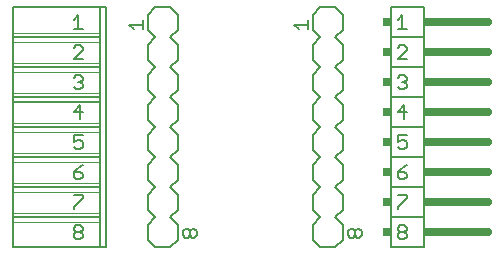
<source format=gbr>
G04 EAGLE Gerber X2 export*
G04 #@! %TF.Part,Single*
G04 #@! %TF.FileFunction,Legend,Top,1*
G04 #@! %TF.FilePolarity,Positive*
G04 #@! %TF.GenerationSoftware,Autodesk,EAGLE,9.0.0*
G04 #@! %TF.CreationDate,2019-08-08T19:13:13Z*
G75*
%MOMM*%
%FSLAX34Y34*%
%LPD*%
%AMOC8*
5,1,8,0,0,1.08239X$1,22.5*%
G01*
%ADD10C,0.152400*%
%ADD11C,0.050800*%
%ADD12C,0.127000*%
%ADD13C,0.660400*%
%ADD14R,0.762000X0.660400*%
%ADD15R,0.660400X0.660400*%


D10*
X104140Y0D02*
X99060Y0D01*
X25400Y0D01*
X25400Y21590D01*
X25400Y25400D01*
X25400Y29210D01*
X25400Y46990D01*
X25400Y50800D01*
X25400Y54610D01*
X25400Y72390D01*
X25400Y76200D01*
X25400Y80010D01*
X25400Y97790D01*
X25400Y101600D01*
X25400Y105410D01*
X25400Y123190D01*
X25400Y127000D02*
X99060Y127000D01*
X99060Y21590D02*
X99060Y0D01*
X99060Y21590D02*
X99060Y25400D01*
X99060Y29210D01*
X99060Y46990D01*
X99060Y50800D01*
X99060Y54610D01*
X99060Y72390D01*
X99060Y76200D01*
X99060Y80010D01*
X99060Y97790D01*
X99060Y101600D01*
X99060Y105410D01*
X99060Y123190D01*
X99060Y127000D01*
X99060Y101600D02*
X25400Y101600D01*
X25400Y76200D02*
X99060Y76200D01*
X99060Y50800D02*
X25400Y50800D01*
X25400Y25400D02*
X99060Y25400D01*
D11*
X99060Y21590D02*
X25400Y21590D01*
X25400Y29210D02*
X99060Y29210D01*
X99060Y46990D02*
X25400Y46990D01*
X25400Y54610D02*
X99060Y54610D01*
X99060Y72390D02*
X25400Y72390D01*
X25400Y80010D02*
X99060Y80010D01*
X99060Y97790D02*
X25400Y97790D01*
X25400Y105410D02*
X99060Y105410D01*
D10*
X99060Y123190D02*
X25400Y123190D01*
X25400Y127000D01*
X25400Y130810D01*
D11*
X99060Y130810D01*
D10*
X104140Y203200D02*
X104140Y0D01*
X25400Y130810D02*
X25400Y148590D01*
X25400Y152400D02*
X99060Y152400D01*
X99060Y130810D02*
X99060Y127000D01*
X99060Y130810D02*
X99060Y148590D01*
X99060Y152400D01*
D11*
X99060Y148590D02*
X25400Y148590D01*
D10*
X25400Y152400D01*
X25400Y156210D01*
X25400Y173990D01*
X25400Y177800D01*
X99060Y177800D01*
D11*
X99060Y156210D02*
X25400Y156210D01*
D10*
X99060Y156210D02*
X99060Y152400D01*
X99060Y156210D02*
X99060Y173990D01*
X99060Y177800D01*
X25400Y177800D02*
X25400Y181610D01*
X25400Y203200D01*
X99060Y203200D01*
X104140Y203200D01*
X99060Y181610D02*
X99060Y177800D01*
X99060Y181610D02*
X99060Y203200D01*
D11*
X99060Y181610D02*
X25400Y181610D01*
X25400Y173990D02*
X99060Y173990D01*
D12*
X84462Y159385D02*
X76835Y159385D01*
X84462Y167012D01*
X84462Y168918D01*
X82555Y170825D01*
X78742Y170825D01*
X76835Y168918D01*
X78742Y18425D02*
X76835Y16518D01*
X78742Y18425D02*
X82555Y18425D01*
X84462Y16518D01*
X84462Y14612D01*
X82555Y12705D01*
X84462Y10798D01*
X84462Y8892D01*
X82555Y6985D01*
X78742Y6985D01*
X76835Y8892D01*
X76835Y10798D01*
X78742Y12705D01*
X76835Y14612D01*
X76835Y16518D01*
X78742Y12705D02*
X82555Y12705D01*
X76835Y143518D02*
X78742Y145425D01*
X82555Y145425D01*
X84462Y143518D01*
X84462Y141612D01*
X82555Y139705D01*
X80648Y139705D01*
X82555Y139705D02*
X84462Y137798D01*
X84462Y135892D01*
X82555Y133985D01*
X78742Y133985D01*
X76835Y135892D01*
X82555Y120025D02*
X82555Y108585D01*
X76835Y114305D02*
X82555Y120025D01*
X84462Y114305D02*
X76835Y114305D01*
X76835Y94625D02*
X84462Y94625D01*
X76835Y94625D02*
X76835Y88905D01*
X80648Y90812D01*
X82555Y90812D01*
X84462Y88905D01*
X84462Y85092D01*
X82555Y83185D01*
X78742Y83185D01*
X76835Y85092D01*
X84462Y69225D02*
X80648Y67318D01*
X76835Y63505D01*
X76835Y59692D01*
X78742Y57785D01*
X82555Y57785D01*
X84462Y59692D01*
X84462Y61598D01*
X82555Y63505D01*
X76835Y63505D01*
X76835Y43825D02*
X84462Y43825D01*
X84462Y41918D01*
X76835Y34292D01*
X76835Y32385D01*
X76835Y192412D02*
X80648Y196225D01*
X80648Y184785D01*
X76835Y184785D02*
X84462Y184785D01*
D10*
X345440Y0D02*
X373380Y0D01*
X345440Y0D02*
X345440Y25400D01*
X373380Y25400D02*
X373380Y0D01*
X373380Y50800D02*
X345440Y50800D01*
X373380Y50800D02*
X373380Y76200D01*
X373380Y25400D02*
X345440Y25400D01*
X345440Y50800D01*
X373380Y50800D02*
X373380Y25400D01*
D13*
X381000Y63500D02*
X427990Y63500D01*
X427990Y38100D02*
X381000Y38100D01*
X381000Y12700D02*
X427990Y12700D01*
D10*
X345440Y50800D02*
X345440Y76200D01*
X345440Y101600D01*
X373380Y101600D01*
X345440Y101600D02*
X345440Y127000D01*
X373380Y127000D01*
X373380Y101600D01*
X373380Y76200D02*
X345440Y76200D01*
X373380Y76200D02*
X373380Y101600D01*
X345440Y127000D02*
X345440Y152400D01*
X373380Y152400D02*
X373380Y127000D01*
X373380Y177800D02*
X345440Y177800D01*
X345440Y203200D01*
X373380Y203200D01*
X373380Y177800D01*
X373380Y152400D02*
X345440Y152400D01*
X345440Y177800D01*
X373380Y177800D02*
X373380Y152400D01*
D13*
X381000Y190500D02*
X427990Y190500D01*
X427990Y165100D02*
X381000Y165100D01*
X381000Y139700D02*
X427990Y139700D01*
X427990Y114300D02*
X381000Y114300D01*
X381000Y88900D02*
X427990Y88900D01*
D12*
X351155Y192412D02*
X354968Y196225D01*
X354968Y184785D01*
X351155Y184785D02*
X358782Y184785D01*
X358782Y159385D02*
X351155Y159385D01*
X358782Y167012D01*
X358782Y168918D01*
X356875Y170825D01*
X353062Y170825D01*
X351155Y168918D01*
X353062Y145425D02*
X351155Y143518D01*
X353062Y145425D02*
X356875Y145425D01*
X358782Y143518D01*
X358782Y141612D01*
X356875Y139705D01*
X354968Y139705D01*
X356875Y139705D02*
X358782Y137798D01*
X358782Y135892D01*
X356875Y133985D01*
X353062Y133985D01*
X351155Y135892D01*
X356875Y120025D02*
X356875Y108585D01*
X351155Y114305D02*
X356875Y120025D01*
X358782Y114305D02*
X351155Y114305D01*
X351155Y94625D02*
X358782Y94625D01*
X351155Y94625D02*
X351155Y88905D01*
X354968Y90812D01*
X356875Y90812D01*
X358782Y88905D01*
X358782Y85092D01*
X356875Y83185D01*
X353062Y83185D01*
X351155Y85092D01*
X358782Y69225D02*
X354968Y67318D01*
X351155Y63505D01*
X351155Y59692D01*
X353062Y57785D01*
X356875Y57785D01*
X358782Y59692D01*
X358782Y61598D01*
X356875Y63505D01*
X351155Y63505D01*
X351155Y43825D02*
X358782Y43825D01*
X358782Y41918D01*
X351155Y34292D01*
X351155Y32385D01*
X353062Y18425D02*
X351155Y16518D01*
X353062Y18425D02*
X356875Y18425D01*
X358782Y16518D01*
X358782Y14612D01*
X356875Y12705D01*
X358782Y10798D01*
X358782Y8892D01*
X356875Y6985D01*
X353062Y6985D01*
X351155Y8892D01*
X351155Y10798D01*
X353062Y12705D01*
X351155Y14612D01*
X351155Y16518D01*
X353062Y12705D02*
X356875Y12705D01*
D14*
X377190Y63500D03*
X377190Y38100D03*
X377190Y12700D03*
X377190Y190500D03*
X377190Y165100D03*
X377190Y139700D03*
X377190Y114300D03*
X377190Y88900D03*
D15*
X342138Y12700D03*
X342138Y38100D03*
X342138Y63500D03*
X342138Y88900D03*
X342138Y114300D03*
X342138Y139700D03*
X342138Y165100D03*
X342138Y190500D03*
D10*
X165100Y196850D02*
X165100Y184150D01*
X158750Y177800D01*
X146050Y177800D02*
X139700Y184150D01*
X158750Y177800D02*
X165100Y171450D01*
X165100Y158750D01*
X158750Y152400D01*
X146050Y152400D02*
X139700Y158750D01*
X139700Y171450D01*
X146050Y177800D01*
X146050Y203200D02*
X158750Y203200D01*
X165100Y196850D01*
X146050Y203200D02*
X139700Y196850D01*
X139700Y184150D01*
X158750Y152400D02*
X165100Y146050D01*
X165100Y133350D01*
X158750Y127000D01*
X146050Y127000D02*
X139700Y133350D01*
X139700Y146050D01*
X146050Y152400D01*
X165100Y120650D02*
X165100Y107950D01*
X158750Y101600D01*
X146050Y101600D02*
X139700Y107950D01*
X158750Y127000D02*
X165100Y120650D01*
X146050Y127000D02*
X139700Y120650D01*
X139700Y107950D01*
X165100Y95250D02*
X165100Y82550D01*
X158750Y76200D01*
X146050Y76200D02*
X139700Y82550D01*
X158750Y76200D02*
X165100Y69850D01*
X165100Y57150D01*
X158750Y50800D01*
X146050Y50800D02*
X139700Y57150D01*
X139700Y69850D01*
X146050Y76200D01*
X165100Y95250D02*
X158750Y101600D01*
X146050Y101600D02*
X139700Y95250D01*
X139700Y82550D01*
X158750Y50800D02*
X165100Y44450D01*
X165100Y31750D01*
X158750Y25400D01*
X146050Y25400D02*
X139700Y31750D01*
X139700Y44450D01*
X146050Y50800D01*
X165100Y19050D02*
X165100Y6350D01*
X158750Y0D01*
X146050Y0D01*
X139700Y6350D01*
X158750Y25400D02*
X165100Y19050D01*
X146050Y25400D02*
X139700Y19050D01*
X139700Y6350D01*
D12*
X127629Y184521D02*
X123815Y188334D01*
X135255Y188334D01*
X135255Y184521D02*
X135255Y192148D01*
X169535Y9898D02*
X171442Y7991D01*
X169535Y9898D02*
X169535Y13711D01*
X171442Y15618D01*
X173349Y15618D01*
X175255Y13711D01*
X177162Y15618D01*
X179068Y15618D01*
X180975Y13711D01*
X180975Y9898D01*
X179068Y7991D01*
X177162Y7991D01*
X175255Y9898D01*
X173349Y7991D01*
X171442Y7991D01*
X175255Y9898D02*
X175255Y13711D01*
D10*
X304800Y184150D02*
X304800Y196850D01*
X304800Y184150D02*
X298450Y177800D01*
X285750Y177800D02*
X279400Y184150D01*
X298450Y177800D02*
X304800Y171450D01*
X304800Y158750D01*
X298450Y152400D01*
X285750Y152400D02*
X279400Y158750D01*
X279400Y171450D01*
X285750Y177800D01*
X285750Y203200D02*
X298450Y203200D01*
X304800Y196850D01*
X285750Y203200D02*
X279400Y196850D01*
X279400Y184150D01*
X298450Y152400D02*
X304800Y146050D01*
X304800Y133350D01*
X298450Y127000D01*
X285750Y127000D02*
X279400Y133350D01*
X279400Y146050D01*
X285750Y152400D01*
X304800Y120650D02*
X304800Y107950D01*
X298450Y101600D01*
X285750Y101600D02*
X279400Y107950D01*
X298450Y127000D02*
X304800Y120650D01*
X285750Y127000D02*
X279400Y120650D01*
X279400Y107950D01*
X304800Y95250D02*
X304800Y82550D01*
X298450Y76200D01*
X285750Y76200D02*
X279400Y82550D01*
X298450Y76200D02*
X304800Y69850D01*
X304800Y57150D01*
X298450Y50800D01*
X285750Y50800D02*
X279400Y57150D01*
X279400Y69850D01*
X285750Y76200D01*
X304800Y95250D02*
X298450Y101600D01*
X285750Y101600D02*
X279400Y95250D01*
X279400Y82550D01*
X298450Y50800D02*
X304800Y44450D01*
X304800Y31750D01*
X298450Y25400D01*
X285750Y25400D02*
X279400Y31750D01*
X279400Y44450D01*
X285750Y50800D01*
X304800Y19050D02*
X304800Y6350D01*
X298450Y0D01*
X285750Y0D01*
X279400Y6350D01*
X298450Y25400D02*
X304800Y19050D01*
X285750Y25400D02*
X279400Y19050D01*
X279400Y6350D01*
D12*
X267329Y184521D02*
X263515Y188334D01*
X274955Y188334D01*
X274955Y184521D02*
X274955Y192148D01*
X309235Y9898D02*
X311142Y7991D01*
X309235Y9898D02*
X309235Y13711D01*
X311142Y15618D01*
X313049Y15618D01*
X314955Y13711D01*
X316862Y15618D01*
X318768Y15618D01*
X320675Y13711D01*
X320675Y9898D01*
X318768Y7991D01*
X316862Y7991D01*
X314955Y9898D01*
X313049Y7991D01*
X311142Y7991D01*
X314955Y9898D02*
X314955Y13711D01*
M02*

</source>
